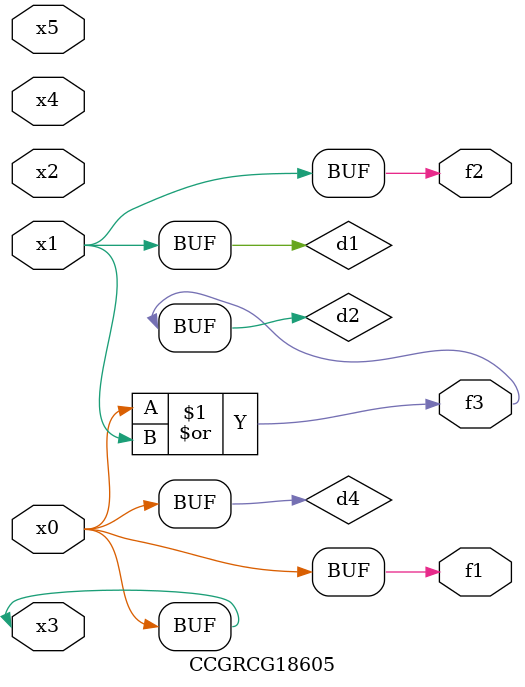
<source format=v>
module CCGRCG18605(
	input x0, x1, x2, x3, x4, x5,
	output f1, f2, f3
);

	wire d1, d2, d3, d4;

	and (d1, x1);
	or (d2, x0, x1);
	nand (d3, x0, x5);
	buf (d4, x0, x3);
	assign f1 = d4;
	assign f2 = d1;
	assign f3 = d2;
endmodule

</source>
